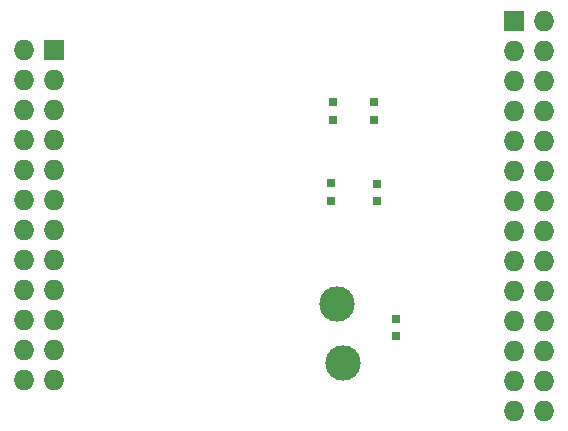
<source format=gbs>
G04 #@! TF.FileFunction,Soldermask,Bot*
%FSLAX46Y46*%
G04 Gerber Fmt 4.6, Leading zero omitted, Abs format (unit mm)*
G04 Created by KiCad (PCBNEW (2015-01-16 BZR 5376)-product) date 23/07/2015 11:51:53*
%MOMM*%
G01*
G04 APERTURE LIST*
%ADD10C,0.100000*%
%ADD11R,0.750000X0.800000*%
%ADD12C,2.999740*%
%ADD13R,1.727200X1.727200*%
%ADD14O,1.727200X1.727200*%
G04 APERTURE END LIST*
D10*
D11*
X95000000Y-83750000D03*
X95000000Y-85250000D03*
X89650000Y-66900000D03*
X89650000Y-65400000D03*
X89450000Y-72250000D03*
X89450000Y-73750000D03*
X93100000Y-66900000D03*
X93100000Y-65400000D03*
X93400000Y-72300000D03*
X93400000Y-73800000D03*
D12*
X90000000Y-82500000D03*
X90500000Y-87500000D03*
D13*
X66000000Y-61000000D03*
D14*
X63460000Y-61000000D03*
X66000000Y-63540000D03*
X63460000Y-63540000D03*
X66000000Y-66080000D03*
X63460000Y-66080000D03*
X66000000Y-68620000D03*
X63460000Y-68620000D03*
X66000000Y-71160000D03*
X63460000Y-71160000D03*
X66000000Y-73700000D03*
X63460000Y-73700000D03*
X66000000Y-76240000D03*
X63460000Y-76240000D03*
X66000000Y-78780000D03*
X63460000Y-78780000D03*
X66000000Y-81320000D03*
X63460000Y-81320000D03*
X66000000Y-83860000D03*
X63460000Y-83860000D03*
X66000000Y-86400000D03*
X63460000Y-86400000D03*
X66000000Y-88940000D03*
X63460000Y-88940000D03*
D13*
X105000000Y-58500000D03*
D14*
X107540000Y-58500000D03*
X105000000Y-61040000D03*
X107540000Y-61040000D03*
X105000000Y-63580000D03*
X107540000Y-63580000D03*
X105000000Y-66120000D03*
X107540000Y-66120000D03*
X105000000Y-68660000D03*
X107540000Y-68660000D03*
X105000000Y-71200000D03*
X107540000Y-71200000D03*
X105000000Y-73740000D03*
X107540000Y-73740000D03*
X105000000Y-76280000D03*
X107540000Y-76280000D03*
X105000000Y-78820000D03*
X107540000Y-78820000D03*
X105000000Y-81360000D03*
X107540000Y-81360000D03*
X105000000Y-83900000D03*
X107540000Y-83900000D03*
X105000000Y-86440000D03*
X107540000Y-86440000D03*
X105000000Y-88980000D03*
X107540000Y-88980000D03*
X105000000Y-91520000D03*
X107540000Y-91520000D03*
M02*

</source>
